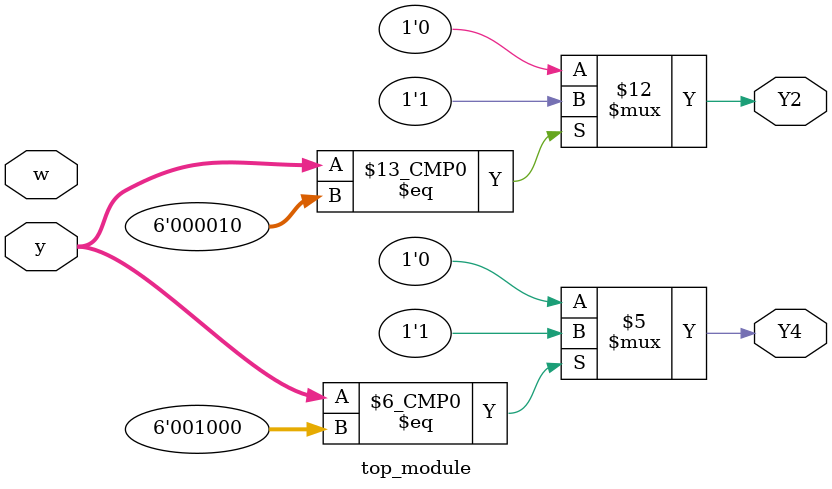
<source format=sv>
module top_module (
    input [6:1] y,
    input w,
    output reg Y2,
    output reg Y4
);

    always @* begin
        case(y)
            6'b000001: begin
                Y2 = 1'b0;
                Y4 = 1'b0;
            end
            6'b000010: begin
                Y2 = 1'b1;
                Y4 = 1'b0;
            end
            6'b000100: begin
                Y2 = 1'b0;
                Y4 = 1'b0;
            end
            6'b001000: begin
                Y2 = 1'b0;
                Y4 = 1'b1;
            end
            6'b010000: begin
                Y2 = 1'b0;
                Y4 = 1'b0;
            end
            6'b100000: begin
                Y2 = 1'b0;
                Y4 = 1'b0;
            end
            default: begin
                Y2 = 1'b0;
                Y4 = 1'b0;
            end
        endcase
    end

endmodule

</source>
